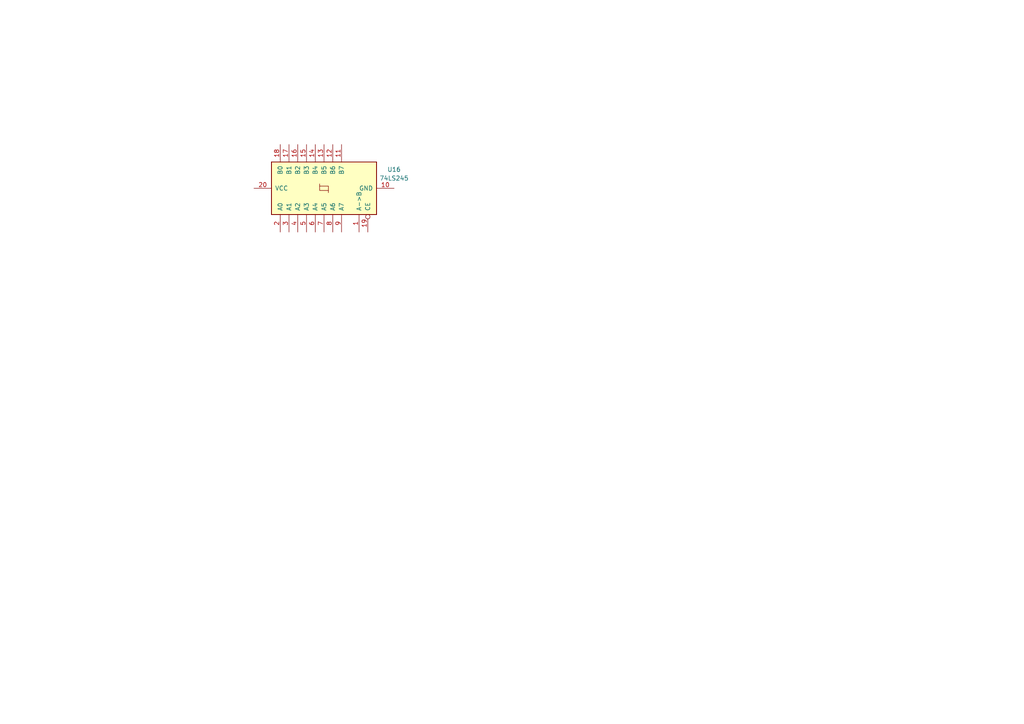
<source format=kicad_sch>
(kicad_sch (version 20250114) (generator "eeschema") (generator_version "9.0")
  (paper "A4")
  (title_block (title "Arithmetic_Logic_Unit"))
  (lib_symbols
    (symbol "74xx:74LS245" (pin_names (offset 1.016))
      (property "Reference" "U" (at -7.62 16.51 0))
      (property "Value" "74LS245" (at -7.62 -16.51 0))
      (symbol "74LS245_1_0"
        (polyline (pts (xy -1.27 -1.27) (xy 0.635 -1.27) (xy 0.635 1.27) (xy 1.27 1.27)))
        (polyline (pts (xy -0.635 -1.27) (xy -0.635 1.27) (xy 0.635 1.27)))
        (pin tri_state line (at -12.7 12.7 0) (length 5.08) (name "A0") (number "2"))
        (pin tri_state line (at -12.7 10.16 0) (length 5.08) (name "A1") (number "3"))
        (pin tri_state line (at -12.7 7.62 0) (length 5.08) (name "A2") (number "4"))
        (pin tri_state line (at -12.7 5.08 0) (length 5.08) (name "A3") (number "5"))
        (pin tri_state line (at -12.7 2.54 0) (length 5.08) (name "A4") (number "6"))
        (pin tri_state line (at -12.7 0 0) (length 5.08) (name "A5") (number "7"))
        (pin tri_state line (at -12.7 -2.54 0) (length 5.08) (name "A6") (number "8"))
        (pin tri_state line (at -12.7 -5.08 0) (length 5.08) (name "A7") (number "9"))
        (pin input line (at -12.7 -10.16 0) (length 5.08) (name "A->B") (number "1"))
        (pin input inverted (at -12.7 -12.7 0) (length 5.08) (name "CE") (number "19"))
        (pin power_in line (at 0 20.32 270) (length 5.08) (name "VCC") (number "20"))
        (pin power_in line (at 0 -20.32 90) (length 5.08) (name "GND") (number "10"))
        (pin tri_state line (at 12.7 12.7 180) (length 5.08) (name "B0") (number "18"))
        (pin tri_state line (at 12.7 10.16 180) (length 5.08) (name "B1") (number "17"))
        (pin tri_state line (at 12.7 7.62 180) (length 5.08) (name "B2") (number "16"))
        (pin tri_state line (at 12.7 5.08 180) (length 5.08) (name "B3") (number "15"))
        (pin tri_state line (at 12.7 2.54 180) (length 5.08) (name "B4") (number "14"))
        (pin tri_state line (at 12.7 0 180) (length 5.08) (name "B5") (number "13"))
        (pin tri_state line (at 12.7 -2.54 180) (length 5.08) (name "B6") (number "12"))
        (pin tri_state line (at 12.7 -5.08 180) (length 5.08) (name "B7") (number "11"))
      )
      (symbol "74LS245_1_1"
        (rectangle (start -7.62 15.24) (end 7.62 -15.24) (stroke (width 0.254)) (fill (type background)))
      )
    )
  )
  (symbol (lib_id "74xx:74LS245") (at 93.98 54.61 90) (unit 1)
    (property "Reference" "U16" (at 114.3 49.1646 90))
    (property "Value" "74LS245" (at 114.3 51.7046 90))
    (property "Datasheet" "http://www.ti.com/lit/gpn/sn74LS245" (effects (hide yes)))
    (property "Description" "Octal BUS Transceivers, 3-State outputs" (effects (hide yes)))
  )
)
</source>
